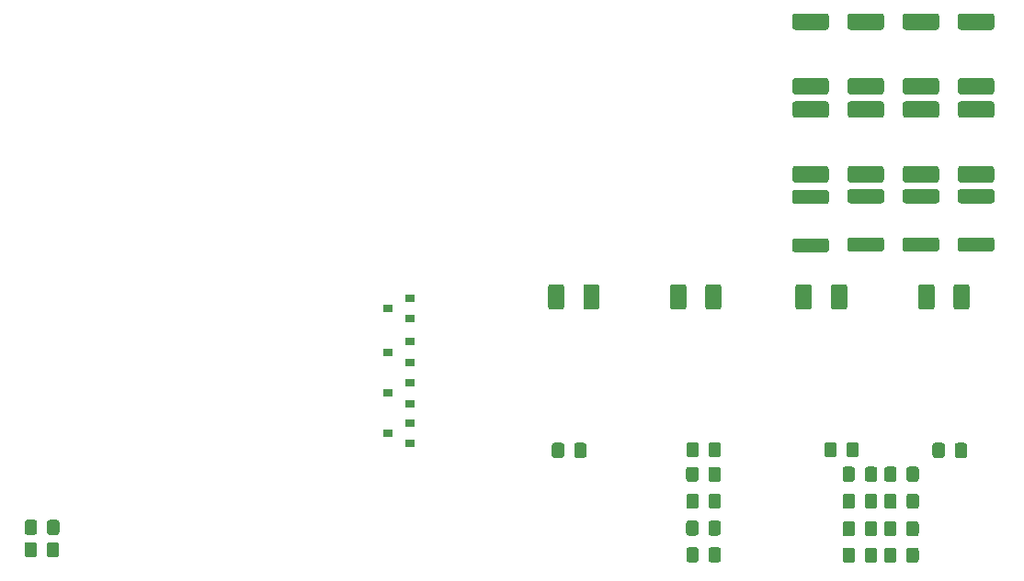
<source format=gbr>
G04 #@! TF.GenerationSoftware,KiCad,Pcbnew,(5.1.6)-1*
G04 #@! TF.CreationDate,2021-10-26T14:42:57+02:00*
G04 #@! TF.ProjectId,hamodule,68616d6f-6475-46c6-952e-6b696361645f,rev?*
G04 #@! TF.SameCoordinates,Original*
G04 #@! TF.FileFunction,Paste,Top*
G04 #@! TF.FilePolarity,Positive*
%FSLAX46Y46*%
G04 Gerber Fmt 4.6, Leading zero omitted, Abs format (unit mm)*
G04 Created by KiCad (PCBNEW (5.1.6)-1) date 2021-10-26 14:42:57*
%MOMM*%
%LPD*%
G01*
G04 APERTURE LIST*
%ADD10R,0.900000X0.800000*%
G04 APERTURE END LIST*
G36*
G01*
X199939000Y-113438500D02*
X199939000Y-115288500D01*
G75*
G02*
X199689000Y-115538500I-250000J0D01*
G01*
X198689000Y-115538500D01*
G75*
G02*
X198439000Y-115288500I0J250000D01*
G01*
X198439000Y-113438500D01*
G75*
G02*
X198689000Y-113188500I250000J0D01*
G01*
X199689000Y-113188500D01*
G75*
G02*
X199939000Y-113438500I0J-250000D01*
G01*
G37*
G36*
G01*
X203189000Y-113438500D02*
X203189000Y-115288500D01*
G75*
G02*
X202939000Y-115538500I-250000J0D01*
G01*
X201939000Y-115538500D01*
G75*
G02*
X201689000Y-115288500I0J250000D01*
G01*
X201689000Y-113438500D01*
G75*
G02*
X201939000Y-113188500I250000J0D01*
G01*
X202939000Y-113188500D01*
G75*
G02*
X203189000Y-113438500I0J-250000D01*
G01*
G37*
G36*
G01*
X188646500Y-113438500D02*
X188646500Y-115288500D01*
G75*
G02*
X188396500Y-115538500I-250000J0D01*
G01*
X187396500Y-115538500D01*
G75*
G02*
X187146500Y-115288500I0J250000D01*
G01*
X187146500Y-113438500D01*
G75*
G02*
X187396500Y-113188500I250000J0D01*
G01*
X188396500Y-113188500D01*
G75*
G02*
X188646500Y-113438500I0J-250000D01*
G01*
G37*
G36*
G01*
X191896500Y-113438500D02*
X191896500Y-115288500D01*
G75*
G02*
X191646500Y-115538500I-250000J0D01*
G01*
X190646500Y-115538500D01*
G75*
G02*
X190396500Y-115288500I0J250000D01*
G01*
X190396500Y-113438500D01*
G75*
G02*
X190646500Y-113188500I250000J0D01*
G01*
X191646500Y-113188500D01*
G75*
G02*
X191896500Y-113438500I0J-250000D01*
G01*
G37*
G36*
G01*
X177079000Y-113438500D02*
X177079000Y-115288500D01*
G75*
G02*
X176829000Y-115538500I-250000J0D01*
G01*
X175829000Y-115538500D01*
G75*
G02*
X175579000Y-115288500I0J250000D01*
G01*
X175579000Y-113438500D01*
G75*
G02*
X175829000Y-113188500I250000J0D01*
G01*
X176829000Y-113188500D01*
G75*
G02*
X177079000Y-113438500I0J-250000D01*
G01*
G37*
G36*
G01*
X180329000Y-113438500D02*
X180329000Y-115288500D01*
G75*
G02*
X180079000Y-115538500I-250000J0D01*
G01*
X179079000Y-115538500D01*
G75*
G02*
X178829000Y-115288500I0J250000D01*
G01*
X178829000Y-113438500D01*
G75*
G02*
X179079000Y-113188500I250000J0D01*
G01*
X180079000Y-113188500D01*
G75*
G02*
X180329000Y-113438500I0J-250000D01*
G01*
G37*
G36*
G01*
X165849000Y-113438500D02*
X165849000Y-115288500D01*
G75*
G02*
X165599000Y-115538500I-250000J0D01*
G01*
X164599000Y-115538500D01*
G75*
G02*
X164349000Y-115288500I0J250000D01*
G01*
X164349000Y-113438500D01*
G75*
G02*
X164599000Y-113188500I250000J0D01*
G01*
X165599000Y-113188500D01*
G75*
G02*
X165849000Y-113438500I0J-250000D01*
G01*
G37*
G36*
G01*
X169099000Y-113438500D02*
X169099000Y-115288500D01*
G75*
G02*
X168849000Y-115538500I-250000J0D01*
G01*
X167849000Y-115538500D01*
G75*
G02*
X167599000Y-115288500I0J250000D01*
G01*
X167599000Y-113438500D01*
G75*
G02*
X167849000Y-113188500I250000J0D01*
G01*
X168849000Y-113188500D01*
G75*
G02*
X169099000Y-113438500I0J-250000D01*
G01*
G37*
G36*
G01*
X202346499Y-94176000D02*
X205196501Y-94176000D01*
G75*
G02*
X205446500Y-94425999I0J-249999D01*
G01*
X205446500Y-95451001D01*
G75*
G02*
X205196501Y-95701000I-249999J0D01*
G01*
X202346499Y-95701000D01*
G75*
G02*
X202096500Y-95451001I0J249999D01*
G01*
X202096500Y-94425999D01*
G75*
G02*
X202346499Y-94176000I249999J0D01*
G01*
G37*
G36*
G01*
X202346499Y-88201000D02*
X205196501Y-88201000D01*
G75*
G02*
X205446500Y-88450999I0J-249999D01*
G01*
X205446500Y-89476001D01*
G75*
G02*
X205196501Y-89726000I-249999J0D01*
G01*
X202346499Y-89726000D01*
G75*
G02*
X202096500Y-89476001I0J249999D01*
G01*
X202096500Y-88450999D01*
G75*
G02*
X202346499Y-88201000I249999J0D01*
G01*
G37*
G36*
G01*
X197266499Y-94176000D02*
X200116501Y-94176000D01*
G75*
G02*
X200366500Y-94425999I0J-249999D01*
G01*
X200366500Y-95451001D01*
G75*
G02*
X200116501Y-95701000I-249999J0D01*
G01*
X197266499Y-95701000D01*
G75*
G02*
X197016500Y-95451001I0J249999D01*
G01*
X197016500Y-94425999D01*
G75*
G02*
X197266499Y-94176000I249999J0D01*
G01*
G37*
G36*
G01*
X197266499Y-88201000D02*
X200116501Y-88201000D01*
G75*
G02*
X200366500Y-88450999I0J-249999D01*
G01*
X200366500Y-89476001D01*
G75*
G02*
X200116501Y-89726000I-249999J0D01*
G01*
X197266499Y-89726000D01*
G75*
G02*
X197016500Y-89476001I0J249999D01*
G01*
X197016500Y-88450999D01*
G75*
G02*
X197266499Y-88201000I249999J0D01*
G01*
G37*
G36*
G01*
X192186499Y-94176000D02*
X195036501Y-94176000D01*
G75*
G02*
X195286500Y-94425999I0J-249999D01*
G01*
X195286500Y-95451001D01*
G75*
G02*
X195036501Y-95701000I-249999J0D01*
G01*
X192186499Y-95701000D01*
G75*
G02*
X191936500Y-95451001I0J249999D01*
G01*
X191936500Y-94425999D01*
G75*
G02*
X192186499Y-94176000I249999J0D01*
G01*
G37*
G36*
G01*
X192186499Y-88201000D02*
X195036501Y-88201000D01*
G75*
G02*
X195286500Y-88450999I0J-249999D01*
G01*
X195286500Y-89476001D01*
G75*
G02*
X195036501Y-89726000I-249999J0D01*
G01*
X192186499Y-89726000D01*
G75*
G02*
X191936500Y-89476001I0J249999D01*
G01*
X191936500Y-88450999D01*
G75*
G02*
X192186499Y-88201000I249999J0D01*
G01*
G37*
G36*
G01*
X187106499Y-94176000D02*
X189956501Y-94176000D01*
G75*
G02*
X190206500Y-94425999I0J-249999D01*
G01*
X190206500Y-95451001D01*
G75*
G02*
X189956501Y-95701000I-249999J0D01*
G01*
X187106499Y-95701000D01*
G75*
G02*
X186856500Y-95451001I0J249999D01*
G01*
X186856500Y-94425999D01*
G75*
G02*
X187106499Y-94176000I249999J0D01*
G01*
G37*
G36*
G01*
X187106499Y-88201000D02*
X189956501Y-88201000D01*
G75*
G02*
X190206500Y-88450999I0J-249999D01*
G01*
X190206500Y-89476001D01*
G75*
G02*
X189956501Y-89726000I-249999J0D01*
G01*
X187106499Y-89726000D01*
G75*
G02*
X186856500Y-89476001I0J249999D01*
G01*
X186856500Y-88450999D01*
G75*
G02*
X187106499Y-88201000I249999J0D01*
G01*
G37*
G36*
G01*
X193519100Y-131171101D02*
X193519100Y-130271099D01*
G75*
G02*
X193769099Y-130021100I249999J0D01*
G01*
X194419101Y-130021100D01*
G75*
G02*
X194669100Y-130271099I0J-249999D01*
G01*
X194669100Y-131171101D01*
G75*
G02*
X194419101Y-131421100I-249999J0D01*
G01*
X193769099Y-131421100D01*
G75*
G02*
X193519100Y-131171101I0J249999D01*
G01*
G37*
G36*
G01*
X191469100Y-131171101D02*
X191469100Y-130271099D01*
G75*
G02*
X191719099Y-130021100I249999J0D01*
G01*
X192369101Y-130021100D01*
G75*
G02*
X192619100Y-130271099I0J-249999D01*
G01*
X192619100Y-131171101D01*
G75*
G02*
X192369101Y-131421100I-249999J0D01*
G01*
X191719099Y-131421100D01*
G75*
G02*
X191469100Y-131171101I0J249999D01*
G01*
G37*
G36*
G01*
X118191700Y-136073301D02*
X118191700Y-135173299D01*
G75*
G02*
X118441699Y-134923300I249999J0D01*
G01*
X119091701Y-134923300D01*
G75*
G02*
X119341700Y-135173299I0J-249999D01*
G01*
X119341700Y-136073301D01*
G75*
G02*
X119091701Y-136323300I-249999J0D01*
G01*
X118441699Y-136323300D01*
G75*
G02*
X118191700Y-136073301I0J249999D01*
G01*
G37*
G36*
G01*
X116141700Y-136073301D02*
X116141700Y-135173299D01*
G75*
G02*
X116391699Y-134923300I249999J0D01*
G01*
X117041701Y-134923300D01*
G75*
G02*
X117291700Y-135173299I0J-249999D01*
G01*
X117291700Y-136073301D01*
G75*
G02*
X117041701Y-136323300I-249999J0D01*
G01*
X116391699Y-136323300D01*
G75*
G02*
X116141700Y-136073301I0J249999D01*
G01*
G37*
G36*
G01*
X117266300Y-137230699D02*
X117266300Y-138130701D01*
G75*
G02*
X117016301Y-138380700I-249999J0D01*
G01*
X116366299Y-138380700D01*
G75*
G02*
X116116300Y-138130701I0J249999D01*
G01*
X116116300Y-137230699D01*
G75*
G02*
X116366299Y-136980700I249999J0D01*
G01*
X117016301Y-136980700D01*
G75*
G02*
X117266300Y-137230699I0J-249999D01*
G01*
G37*
G36*
G01*
X119316300Y-137230699D02*
X119316300Y-138130701D01*
G75*
G02*
X119066301Y-138380700I-249999J0D01*
G01*
X118416299Y-138380700D01*
G75*
G02*
X118166300Y-138130701I0J249999D01*
G01*
X118166300Y-137230699D01*
G75*
G02*
X118416299Y-136980700I249999J0D01*
G01*
X119066301Y-136980700D01*
G75*
G02*
X119316300Y-137230699I0J-249999D01*
G01*
G37*
G36*
G01*
X200908500Y-128073999D02*
X200908500Y-128974001D01*
G75*
G02*
X200658501Y-129224000I-249999J0D01*
G01*
X200008499Y-129224000D01*
G75*
G02*
X199758500Y-128974001I0J249999D01*
G01*
X199758500Y-128073999D01*
G75*
G02*
X200008499Y-127824000I249999J0D01*
G01*
X200658501Y-127824000D01*
G75*
G02*
X200908500Y-128073999I0J-249999D01*
G01*
G37*
G36*
G01*
X202958500Y-128073999D02*
X202958500Y-128974001D01*
G75*
G02*
X202708501Y-129224000I-249999J0D01*
G01*
X202058499Y-129224000D01*
G75*
G02*
X201808500Y-128974001I0J249999D01*
G01*
X201808500Y-128073999D01*
G75*
G02*
X202058499Y-127824000I249999J0D01*
G01*
X202708501Y-127824000D01*
G75*
G02*
X202958500Y-128073999I0J-249999D01*
G01*
G37*
G36*
G01*
X190930000Y-128010499D02*
X190930000Y-128910501D01*
G75*
G02*
X190680001Y-129160500I-249999J0D01*
G01*
X190029999Y-129160500D01*
G75*
G02*
X189780000Y-128910501I0J249999D01*
G01*
X189780000Y-128010499D01*
G75*
G02*
X190029999Y-127760500I249999J0D01*
G01*
X190680001Y-127760500D01*
G75*
G02*
X190930000Y-128010499I0J-249999D01*
G01*
G37*
G36*
G01*
X192980000Y-128010499D02*
X192980000Y-128910501D01*
G75*
G02*
X192730001Y-129160500I-249999J0D01*
G01*
X192079999Y-129160500D01*
G75*
G02*
X191830000Y-128910501I0J249999D01*
G01*
X191830000Y-128010499D01*
G75*
G02*
X192079999Y-127760500I249999J0D01*
G01*
X192730001Y-127760500D01*
G75*
G02*
X192980000Y-128010499I0J-249999D01*
G01*
G37*
G36*
G01*
X165847500Y-128073999D02*
X165847500Y-128974001D01*
G75*
G02*
X165597501Y-129224000I-249999J0D01*
G01*
X164947499Y-129224000D01*
G75*
G02*
X164697500Y-128974001I0J249999D01*
G01*
X164697500Y-128073999D01*
G75*
G02*
X164947499Y-127824000I249999J0D01*
G01*
X165597501Y-127824000D01*
G75*
G02*
X165847500Y-128073999I0J-249999D01*
G01*
G37*
G36*
G01*
X167897500Y-128073999D02*
X167897500Y-128974001D01*
G75*
G02*
X167647501Y-129224000I-249999J0D01*
G01*
X166997499Y-129224000D01*
G75*
G02*
X166747500Y-128974001I0J249999D01*
G01*
X166747500Y-128073999D01*
G75*
G02*
X166997499Y-127824000I249999J0D01*
G01*
X167647501Y-127824000D01*
G75*
G02*
X167897500Y-128073999I0J-249999D01*
G01*
G37*
G36*
G01*
X178230000Y-128010499D02*
X178230000Y-128910501D01*
G75*
G02*
X177980001Y-129160500I-249999J0D01*
G01*
X177329999Y-129160500D01*
G75*
G02*
X177080000Y-128910501I0J249999D01*
G01*
X177080000Y-128010499D01*
G75*
G02*
X177329999Y-127760500I249999J0D01*
G01*
X177980001Y-127760500D01*
G75*
G02*
X178230000Y-128010499I0J-249999D01*
G01*
G37*
G36*
G01*
X180280000Y-128010499D02*
X180280000Y-128910501D01*
G75*
G02*
X180030001Y-129160500I-249999J0D01*
G01*
X179379999Y-129160500D01*
G75*
G02*
X179130000Y-128910501I0J249999D01*
G01*
X179130000Y-128010499D01*
G75*
G02*
X179379999Y-127760500I249999J0D01*
G01*
X180030001Y-127760500D01*
G75*
G02*
X180280000Y-128010499I0J-249999D01*
G01*
G37*
G36*
G01*
X193519100Y-133660301D02*
X193519100Y-132760299D01*
G75*
G02*
X193769099Y-132510300I249999J0D01*
G01*
X194419101Y-132510300D01*
G75*
G02*
X194669100Y-132760299I0J-249999D01*
G01*
X194669100Y-133660301D01*
G75*
G02*
X194419101Y-133910300I-249999J0D01*
G01*
X193769099Y-133910300D01*
G75*
G02*
X193519100Y-133660301I0J249999D01*
G01*
G37*
G36*
G01*
X191469100Y-133660301D02*
X191469100Y-132760299D01*
G75*
G02*
X191719099Y-132510300I249999J0D01*
G01*
X192369101Y-132510300D01*
G75*
G02*
X192619100Y-132760299I0J-249999D01*
G01*
X192619100Y-133660301D01*
G75*
G02*
X192369101Y-133910300I-249999J0D01*
G01*
X191719099Y-133910300D01*
G75*
G02*
X191469100Y-133660301I0J249999D01*
G01*
G37*
G36*
G01*
X193519100Y-136200301D02*
X193519100Y-135300299D01*
G75*
G02*
X193769099Y-135050300I249999J0D01*
G01*
X194419101Y-135050300D01*
G75*
G02*
X194669100Y-135300299I0J-249999D01*
G01*
X194669100Y-136200301D01*
G75*
G02*
X194419101Y-136450300I-249999J0D01*
G01*
X193769099Y-136450300D01*
G75*
G02*
X193519100Y-136200301I0J249999D01*
G01*
G37*
G36*
G01*
X191469100Y-136200301D02*
X191469100Y-135300299D01*
G75*
G02*
X191719099Y-135050300I249999J0D01*
G01*
X192369101Y-135050300D01*
G75*
G02*
X192619100Y-135300299I0J-249999D01*
G01*
X192619100Y-136200301D01*
G75*
G02*
X192369101Y-136450300I-249999J0D01*
G01*
X191719099Y-136450300D01*
G75*
G02*
X191469100Y-136200301I0J249999D01*
G01*
G37*
G36*
G01*
X193519100Y-138638701D02*
X193519100Y-137738699D01*
G75*
G02*
X193769099Y-137488700I249999J0D01*
G01*
X194419101Y-137488700D01*
G75*
G02*
X194669100Y-137738699I0J-249999D01*
G01*
X194669100Y-138638701D01*
G75*
G02*
X194419101Y-138888700I-249999J0D01*
G01*
X193769099Y-138888700D01*
G75*
G02*
X193519100Y-138638701I0J249999D01*
G01*
G37*
G36*
G01*
X191469100Y-138638701D02*
X191469100Y-137738699D01*
G75*
G02*
X191719099Y-137488700I249999J0D01*
G01*
X192369101Y-137488700D01*
G75*
G02*
X192619100Y-137738699I0J-249999D01*
G01*
X192619100Y-138638701D01*
G75*
G02*
X192369101Y-138888700I-249999J0D01*
G01*
X191719099Y-138888700D01*
G75*
G02*
X191469100Y-138638701I0J249999D01*
G01*
G37*
D10*
X149606000Y-126943500D03*
X151606000Y-125993500D03*
X151606000Y-127893500D03*
X149606000Y-123243500D03*
X151606000Y-122293500D03*
X151606000Y-124193500D03*
X149606000Y-119443500D03*
X151606000Y-118493500D03*
X151606000Y-120393500D03*
X149606000Y-115443000D03*
X151606000Y-114493000D03*
X151606000Y-116393000D03*
G36*
G01*
X202321500Y-108880500D02*
X205221500Y-108880500D01*
G75*
G02*
X205471500Y-109130500I0J-250000D01*
G01*
X205471500Y-109930500D01*
G75*
G02*
X205221500Y-110180500I-250000J0D01*
G01*
X202321500Y-110180500D01*
G75*
G02*
X202071500Y-109930500I0J250000D01*
G01*
X202071500Y-109130500D01*
G75*
G02*
X202321500Y-108880500I250000J0D01*
G01*
G37*
G36*
G01*
X202321500Y-104430500D02*
X205221500Y-104430500D01*
G75*
G02*
X205471500Y-104680500I0J-250000D01*
G01*
X205471500Y-105480500D01*
G75*
G02*
X205221500Y-105730500I-250000J0D01*
G01*
X202321500Y-105730500D01*
G75*
G02*
X202071500Y-105480500I0J250000D01*
G01*
X202071500Y-104680500D01*
G75*
G02*
X202321500Y-104430500I250000J0D01*
G01*
G37*
G36*
G01*
X197241500Y-108880500D02*
X200141500Y-108880500D01*
G75*
G02*
X200391500Y-109130500I0J-250000D01*
G01*
X200391500Y-109930500D01*
G75*
G02*
X200141500Y-110180500I-250000J0D01*
G01*
X197241500Y-110180500D01*
G75*
G02*
X196991500Y-109930500I0J250000D01*
G01*
X196991500Y-109130500D01*
G75*
G02*
X197241500Y-108880500I250000J0D01*
G01*
G37*
G36*
G01*
X197241500Y-104430500D02*
X200141500Y-104430500D01*
G75*
G02*
X200391500Y-104680500I0J-250000D01*
G01*
X200391500Y-105480500D01*
G75*
G02*
X200141500Y-105730500I-250000J0D01*
G01*
X197241500Y-105730500D01*
G75*
G02*
X196991500Y-105480500I0J250000D01*
G01*
X196991500Y-104680500D01*
G75*
G02*
X197241500Y-104430500I250000J0D01*
G01*
G37*
G36*
G01*
X192161500Y-108880500D02*
X195061500Y-108880500D01*
G75*
G02*
X195311500Y-109130500I0J-250000D01*
G01*
X195311500Y-109930500D01*
G75*
G02*
X195061500Y-110180500I-250000J0D01*
G01*
X192161500Y-110180500D01*
G75*
G02*
X191911500Y-109930500I0J250000D01*
G01*
X191911500Y-109130500D01*
G75*
G02*
X192161500Y-108880500I250000J0D01*
G01*
G37*
G36*
G01*
X192161500Y-104430500D02*
X195061500Y-104430500D01*
G75*
G02*
X195311500Y-104680500I0J-250000D01*
G01*
X195311500Y-105480500D01*
G75*
G02*
X195061500Y-105730500I-250000J0D01*
G01*
X192161500Y-105730500D01*
G75*
G02*
X191911500Y-105480500I0J250000D01*
G01*
X191911500Y-104680500D01*
G75*
G02*
X192161500Y-104430500I250000J0D01*
G01*
G37*
G36*
G01*
X187081500Y-108944000D02*
X189981500Y-108944000D01*
G75*
G02*
X190231500Y-109194000I0J-250000D01*
G01*
X190231500Y-109994000D01*
G75*
G02*
X189981500Y-110244000I-250000J0D01*
G01*
X187081500Y-110244000D01*
G75*
G02*
X186831500Y-109994000I0J250000D01*
G01*
X186831500Y-109194000D01*
G75*
G02*
X187081500Y-108944000I250000J0D01*
G01*
G37*
G36*
G01*
X187081500Y-104494000D02*
X189981500Y-104494000D01*
G75*
G02*
X190231500Y-104744000I0J-250000D01*
G01*
X190231500Y-105544000D01*
G75*
G02*
X189981500Y-105794000I-250000J0D01*
G01*
X187081500Y-105794000D01*
G75*
G02*
X186831500Y-105544000I0J250000D01*
G01*
X186831500Y-104744000D01*
G75*
G02*
X187081500Y-104494000I250000J0D01*
G01*
G37*
G36*
G01*
X197358500Y-131171101D02*
X197358500Y-130271099D01*
G75*
G02*
X197608499Y-130021100I249999J0D01*
G01*
X198258501Y-130021100D01*
G75*
G02*
X198508500Y-130271099I0J-249999D01*
G01*
X198508500Y-131171101D01*
G75*
G02*
X198258501Y-131421100I-249999J0D01*
G01*
X197608499Y-131421100D01*
G75*
G02*
X197358500Y-131171101I0J249999D01*
G01*
G37*
G36*
G01*
X195308500Y-131171101D02*
X195308500Y-130271099D01*
G75*
G02*
X195558499Y-130021100I249999J0D01*
G01*
X196208501Y-130021100D01*
G75*
G02*
X196458500Y-130271099I0J-249999D01*
G01*
X196458500Y-131171101D01*
G75*
G02*
X196208501Y-131421100I-249999J0D01*
G01*
X195558499Y-131421100D01*
G75*
G02*
X195308500Y-131171101I0J249999D01*
G01*
G37*
G36*
G01*
X197358500Y-133657001D02*
X197358500Y-132756999D01*
G75*
G02*
X197608499Y-132507000I249999J0D01*
G01*
X198258501Y-132507000D01*
G75*
G02*
X198508500Y-132756999I0J-249999D01*
G01*
X198508500Y-133657001D01*
G75*
G02*
X198258501Y-133907000I-249999J0D01*
G01*
X197608499Y-133907000D01*
G75*
G02*
X197358500Y-133657001I0J249999D01*
G01*
G37*
G36*
G01*
X195308500Y-133657001D02*
X195308500Y-132756999D01*
G75*
G02*
X195558499Y-132507000I249999J0D01*
G01*
X196208501Y-132507000D01*
G75*
G02*
X196458500Y-132756999I0J-249999D01*
G01*
X196458500Y-133657001D01*
G75*
G02*
X196208501Y-133907000I-249999J0D01*
G01*
X195558499Y-133907000D01*
G75*
G02*
X195308500Y-133657001I0J249999D01*
G01*
G37*
G36*
G01*
X197347100Y-136200301D02*
X197347100Y-135300299D01*
G75*
G02*
X197597099Y-135050300I249999J0D01*
G01*
X198247101Y-135050300D01*
G75*
G02*
X198497100Y-135300299I0J-249999D01*
G01*
X198497100Y-136200301D01*
G75*
G02*
X198247101Y-136450300I-249999J0D01*
G01*
X197597099Y-136450300D01*
G75*
G02*
X197347100Y-136200301I0J249999D01*
G01*
G37*
G36*
G01*
X195297100Y-136200301D02*
X195297100Y-135300299D01*
G75*
G02*
X195547099Y-135050300I249999J0D01*
G01*
X196197101Y-135050300D01*
G75*
G02*
X196447100Y-135300299I0J-249999D01*
G01*
X196447100Y-136200301D01*
G75*
G02*
X196197101Y-136450300I-249999J0D01*
G01*
X195547099Y-136450300D01*
G75*
G02*
X195297100Y-136200301I0J249999D01*
G01*
G37*
G36*
G01*
X197347100Y-138638701D02*
X197347100Y-137738699D01*
G75*
G02*
X197597099Y-137488700I249999J0D01*
G01*
X198247101Y-137488700D01*
G75*
G02*
X198497100Y-137738699I0J-249999D01*
G01*
X198497100Y-138638701D01*
G75*
G02*
X198247101Y-138888700I-249999J0D01*
G01*
X197597099Y-138888700D01*
G75*
G02*
X197347100Y-138638701I0J249999D01*
G01*
G37*
G36*
G01*
X195297100Y-138638701D02*
X195297100Y-137738699D01*
G75*
G02*
X195547099Y-137488700I249999J0D01*
G01*
X196197101Y-137488700D01*
G75*
G02*
X196447100Y-137738699I0J-249999D01*
G01*
X196447100Y-138638701D01*
G75*
G02*
X196197101Y-138888700I-249999J0D01*
G01*
X195547099Y-138888700D01*
G75*
G02*
X195297100Y-138638701I0J249999D01*
G01*
G37*
G36*
G01*
X178225000Y-137709999D02*
X178225000Y-138610001D01*
G75*
G02*
X177975001Y-138860000I-249999J0D01*
G01*
X177324999Y-138860000D01*
G75*
G02*
X177075000Y-138610001I0J249999D01*
G01*
X177075000Y-137709999D01*
G75*
G02*
X177324999Y-137460000I249999J0D01*
G01*
X177975001Y-137460000D01*
G75*
G02*
X178225000Y-137709999I0J-249999D01*
G01*
G37*
G36*
G01*
X180275000Y-137709999D02*
X180275000Y-138610001D01*
G75*
G02*
X180025001Y-138860000I-249999J0D01*
G01*
X179374999Y-138860000D01*
G75*
G02*
X179125000Y-138610001I0J249999D01*
G01*
X179125000Y-137709999D01*
G75*
G02*
X179374999Y-137460000I249999J0D01*
G01*
X180025001Y-137460000D01*
G75*
G02*
X180275000Y-137709999I0J-249999D01*
G01*
G37*
G36*
G01*
X178216000Y-135233499D02*
X178216000Y-136133501D01*
G75*
G02*
X177966001Y-136383500I-249999J0D01*
G01*
X177315999Y-136383500D01*
G75*
G02*
X177066000Y-136133501I0J249999D01*
G01*
X177066000Y-135233499D01*
G75*
G02*
X177315999Y-134983500I249999J0D01*
G01*
X177966001Y-134983500D01*
G75*
G02*
X178216000Y-135233499I0J-249999D01*
G01*
G37*
G36*
G01*
X180266000Y-135233499D02*
X180266000Y-136133501D01*
G75*
G02*
X180016001Y-136383500I-249999J0D01*
G01*
X179365999Y-136383500D01*
G75*
G02*
X179116000Y-136133501I0J249999D01*
G01*
X179116000Y-135233499D01*
G75*
G02*
X179365999Y-134983500I249999J0D01*
G01*
X180016001Y-134983500D01*
G75*
G02*
X180266000Y-135233499I0J-249999D01*
G01*
G37*
G36*
G01*
X178225000Y-132756999D02*
X178225000Y-133657001D01*
G75*
G02*
X177975001Y-133907000I-249999J0D01*
G01*
X177324999Y-133907000D01*
G75*
G02*
X177075000Y-133657001I0J249999D01*
G01*
X177075000Y-132756999D01*
G75*
G02*
X177324999Y-132507000I249999J0D01*
G01*
X177975001Y-132507000D01*
G75*
G02*
X178225000Y-132756999I0J-249999D01*
G01*
G37*
G36*
G01*
X180275000Y-132756999D02*
X180275000Y-133657001D01*
G75*
G02*
X180025001Y-133907000I-249999J0D01*
G01*
X179374999Y-133907000D01*
G75*
G02*
X179125000Y-133657001I0J249999D01*
G01*
X179125000Y-132756999D01*
G75*
G02*
X179374999Y-132507000I249999J0D01*
G01*
X180025001Y-132507000D01*
G75*
G02*
X180275000Y-132756999I0J-249999D01*
G01*
G37*
G36*
G01*
X178216000Y-130280499D02*
X178216000Y-131180501D01*
G75*
G02*
X177966001Y-131430500I-249999J0D01*
G01*
X177315999Y-131430500D01*
G75*
G02*
X177066000Y-131180501I0J249999D01*
G01*
X177066000Y-130280499D01*
G75*
G02*
X177315999Y-130030500I249999J0D01*
G01*
X177966001Y-130030500D01*
G75*
G02*
X178216000Y-130280499I0J-249999D01*
G01*
G37*
G36*
G01*
X180266000Y-130280499D02*
X180266000Y-131180501D01*
G75*
G02*
X180016001Y-131430500I-249999J0D01*
G01*
X179365999Y-131430500D01*
G75*
G02*
X179116000Y-131180501I0J249999D01*
G01*
X179116000Y-130280499D01*
G75*
G02*
X179365999Y-130030500I249999J0D01*
G01*
X180016001Y-130030500D01*
G75*
G02*
X180266000Y-130280499I0J-249999D01*
G01*
G37*
G36*
G01*
X187106499Y-102286000D02*
X189956501Y-102286000D01*
G75*
G02*
X190206500Y-102535999I0J-249999D01*
G01*
X190206500Y-103561001D01*
G75*
G02*
X189956501Y-103811000I-249999J0D01*
G01*
X187106499Y-103811000D01*
G75*
G02*
X186856500Y-103561001I0J249999D01*
G01*
X186856500Y-102535999D01*
G75*
G02*
X187106499Y-102286000I249999J0D01*
G01*
G37*
G36*
G01*
X187106499Y-96311000D02*
X189956501Y-96311000D01*
G75*
G02*
X190206500Y-96560999I0J-249999D01*
G01*
X190206500Y-97586001D01*
G75*
G02*
X189956501Y-97836000I-249999J0D01*
G01*
X187106499Y-97836000D01*
G75*
G02*
X186856500Y-97586001I0J249999D01*
G01*
X186856500Y-96560999D01*
G75*
G02*
X187106499Y-96311000I249999J0D01*
G01*
G37*
G36*
G01*
X192186499Y-102286000D02*
X195036501Y-102286000D01*
G75*
G02*
X195286500Y-102535999I0J-249999D01*
G01*
X195286500Y-103561001D01*
G75*
G02*
X195036501Y-103811000I-249999J0D01*
G01*
X192186499Y-103811000D01*
G75*
G02*
X191936500Y-103561001I0J249999D01*
G01*
X191936500Y-102535999D01*
G75*
G02*
X192186499Y-102286000I249999J0D01*
G01*
G37*
G36*
G01*
X192186499Y-96311000D02*
X195036501Y-96311000D01*
G75*
G02*
X195286500Y-96560999I0J-249999D01*
G01*
X195286500Y-97586001D01*
G75*
G02*
X195036501Y-97836000I-249999J0D01*
G01*
X192186499Y-97836000D01*
G75*
G02*
X191936500Y-97586001I0J249999D01*
G01*
X191936500Y-96560999D01*
G75*
G02*
X192186499Y-96311000I249999J0D01*
G01*
G37*
G36*
G01*
X197266499Y-102286000D02*
X200116501Y-102286000D01*
G75*
G02*
X200366500Y-102535999I0J-249999D01*
G01*
X200366500Y-103561001D01*
G75*
G02*
X200116501Y-103811000I-249999J0D01*
G01*
X197266499Y-103811000D01*
G75*
G02*
X197016500Y-103561001I0J249999D01*
G01*
X197016500Y-102535999D01*
G75*
G02*
X197266499Y-102286000I249999J0D01*
G01*
G37*
G36*
G01*
X197266499Y-96311000D02*
X200116501Y-96311000D01*
G75*
G02*
X200366500Y-96560999I0J-249999D01*
G01*
X200366500Y-97586001D01*
G75*
G02*
X200116501Y-97836000I-249999J0D01*
G01*
X197266499Y-97836000D01*
G75*
G02*
X197016500Y-97586001I0J249999D01*
G01*
X197016500Y-96560999D01*
G75*
G02*
X197266499Y-96311000I249999J0D01*
G01*
G37*
G36*
G01*
X202346499Y-102286000D02*
X205196501Y-102286000D01*
G75*
G02*
X205446500Y-102535999I0J-249999D01*
G01*
X205446500Y-103561001D01*
G75*
G02*
X205196501Y-103811000I-249999J0D01*
G01*
X202346499Y-103811000D01*
G75*
G02*
X202096500Y-103561001I0J249999D01*
G01*
X202096500Y-102535999D01*
G75*
G02*
X202346499Y-102286000I249999J0D01*
G01*
G37*
G36*
G01*
X202346499Y-96311000D02*
X205196501Y-96311000D01*
G75*
G02*
X205446500Y-96560999I0J-249999D01*
G01*
X205446500Y-97586001D01*
G75*
G02*
X205196501Y-97836000I-249999J0D01*
G01*
X202346499Y-97836000D01*
G75*
G02*
X202096500Y-97586001I0J249999D01*
G01*
X202096500Y-96560999D01*
G75*
G02*
X202346499Y-96311000I249999J0D01*
G01*
G37*
M02*

</source>
